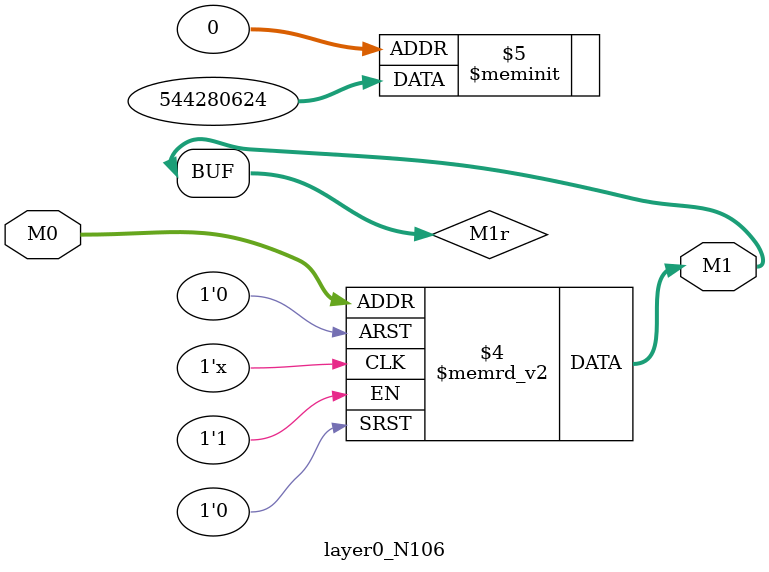
<source format=v>
module layer0_N106 ( input [3:0] M0, output [1:0] M1 );

	(*rom_style = "distributed" *) reg [1:0] M1r;
	assign M1 = M1r;
	always @ (M0) begin
		case (M0)
			4'b0000: M1r = 2'b00;
			4'b1000: M1r = 2'b01;
			4'b0100: M1r = 2'b00;
			4'b1100: M1r = 2'b00;
			4'b0010: M1r = 2'b11;
			4'b1010: M1r = 2'b11;
			4'b0110: M1r = 2'b01;
			4'b1110: M1r = 2'b10;
			4'b0001: M1r = 2'b00;
			4'b1001: M1r = 2'b00;
			4'b0101: M1r = 2'b00;
			4'b1101: M1r = 2'b00;
			4'b0011: M1r = 2'b00;
			4'b1011: M1r = 2'b01;
			4'b0111: M1r = 2'b00;
			4'b1111: M1r = 2'b00;

		endcase
	end
endmodule

</source>
